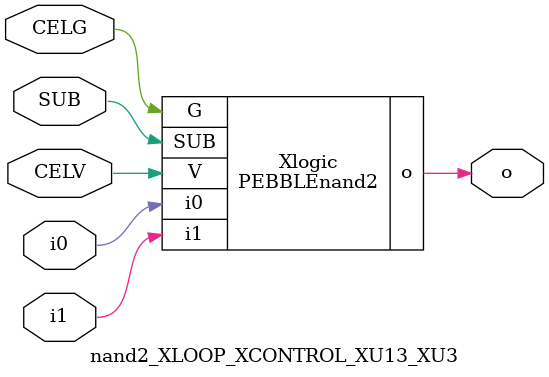
<source format=v>



module PEBBLEnand2 ( o, G, SUB, V, i0, i1 );

  input i0;
  input V;
  input i1;
  input G;
  output o;
  input SUB;
endmodule

//Celera Confidential Do Not Copy nand2_XLOOP_XCONTROL_XU13_XU3
//Celera Confidential Symbol Generator
//5V NAND2
module nand2_XLOOP_XCONTROL_XU13_XU3 (CELV,CELG,i0,i1,o,SUB);
input CELV;
input CELG;
input i0;
input i1;
input SUB;
output o;

//Celera Confidential Do Not Copy nand2
PEBBLEnand2 Xlogic(
.V (CELV),
.i0 (i0),
.i1 (i1),
.o (o),
.SUB (SUB),
.G (CELG)
);
//,diesize,PEBBLEnand2

//Celera Confidential Do Not Copy Module End
//Celera Schematic Generator
endmodule

</source>
